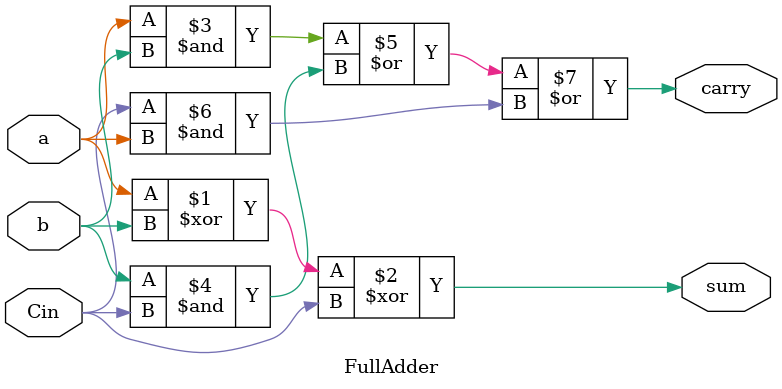
<source format=v>
`timescale 1ns / 1ps


module Adder32(
    input [31:0] A, B,
    input Cin,
    output [31:0] Sum,
    output Cout
);
    wire [30:0] carry;
    FullAdder FA0(Sum[0], carry[0], A[0], B[0], Cin);
    genvar i;
    generate
        for (i=1;i<31;i=i+1) begin
            FullAdder FA(Sum[i], carry[i], A[i], B[i], carry[i-1]);
        end
    endgenerate
    FullAdder FAN(Sum[31], Cout, A[31], B[31], carry[30]);
endmodule

module FullAdder(sum, carry, a, b, Cin);
  output sum, carry;
  input a, b, Cin;
  assign sum = a ^ b ^ Cin;
  assign carry = (a & b)|(b & Cin)|(Cin & a);
endmodule
</source>
